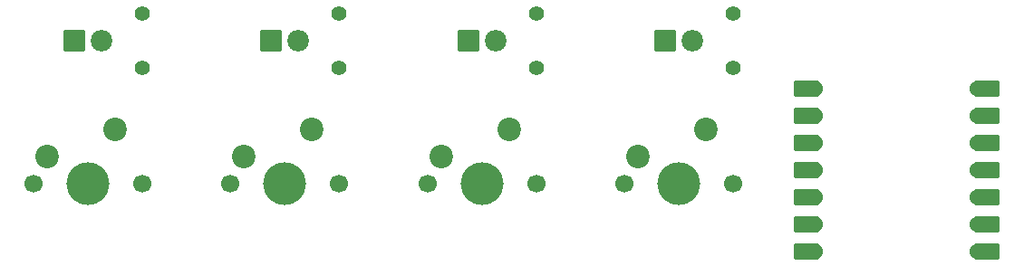
<source format=gts>
%TF.GenerationSoftware,KiCad,Pcbnew,9.0.6*%
%TF.CreationDate,2025-11-26T17:33:25+00:00*%
%TF.ProjectId,keyfrick,6b657966-7269-4636-9b2e-6b696361645f,rev?*%
%TF.SameCoordinates,Original*%
%TF.FileFunction,Soldermask,Top*%
%TF.FilePolarity,Negative*%
%FSLAX46Y46*%
G04 Gerber Fmt 4.6, Leading zero omitted, Abs format (unit mm)*
G04 Created by KiCad (PCBNEW 9.0.6) date 2025-11-26 17:33:25*
%MOMM*%
%LPD*%
G01*
G04 APERTURE LIST*
G04 Aperture macros list*
%AMRoundRect*
0 Rectangle with rounded corners*
0 $1 Rounding radius*
0 $2 $3 $4 $5 $6 $7 $8 $9 X,Y pos of 4 corners*
0 Add a 4 corners polygon primitive as box body*
4,1,4,$2,$3,$4,$5,$6,$7,$8,$9,$2,$3,0*
0 Add four circle primitives for the rounded corners*
1,1,$1+$1,$2,$3*
1,1,$1+$1,$4,$5*
1,1,$1+$1,$6,$7*
1,1,$1+$1,$8,$9*
0 Add four rect primitives between the rounded corners*
20,1,$1+$1,$2,$3,$4,$5,0*
20,1,$1+$1,$4,$5,$6,$7,0*
20,1,$1+$1,$6,$7,$8,$9,0*
20,1,$1+$1,$8,$9,$2,$3,0*%
G04 Aperture macros list end*
%ADD10C,2.019000*%
%ADD11RoundRect,0.102000X-0.907500X-0.907500X0.907500X-0.907500X0.907500X0.907500X-0.907500X0.907500X0*%
%ADD12C,1.400000*%
%ADD13C,1.700000*%
%ADD14C,4.000000*%
%ADD15C,2.200000*%
%ADD16RoundRect,0.152400X1.063600X0.609600X-1.063600X0.609600X-1.063600X-0.609600X1.063600X-0.609600X0*%
%ADD17C,1.524000*%
%ADD18RoundRect,0.152400X-1.063600X-0.609600X1.063600X-0.609600X1.063600X0.609600X-1.063600X0.609600X0*%
G04 APERTURE END LIST*
D10*
%TO.C,D2*%
X106045000Y-47625000D03*
D11*
X103505000Y-47625000D03*
%TD*%
D12*
%TO.C,R4*%
X146685000Y-45085000D03*
X146685000Y-50165000D03*
%TD*%
D13*
%TO.C,SW4*%
X136525000Y-60960000D03*
D14*
X141605000Y-60960000D03*
D13*
X146685000Y-60960000D03*
D15*
X144145000Y-55880000D03*
X137795000Y-58420000D03*
%TD*%
D13*
%TO.C,SW2*%
X99695000Y-60960000D03*
D14*
X104775000Y-60960000D03*
D13*
X109855000Y-60960000D03*
D15*
X107315000Y-55880000D03*
X100965000Y-58420000D03*
%TD*%
D10*
%TO.C,D1*%
X87630000Y-47625000D03*
D11*
X85090000Y-47625000D03*
%TD*%
D12*
%TO.C,R2*%
X109855000Y-45085000D03*
X109855000Y-50165000D03*
%TD*%
%TO.C,R1*%
X91440000Y-45085000D03*
X91440000Y-50165000D03*
%TD*%
%TO.C,R3*%
X128270000Y-45085000D03*
X128270000Y-50165000D03*
%TD*%
D13*
%TO.C,SW3*%
X118110000Y-60960000D03*
D14*
X123190000Y-60960000D03*
D13*
X128270000Y-60960000D03*
D15*
X125730000Y-55880000D03*
X119380000Y-58420000D03*
%TD*%
D10*
%TO.C,D3*%
X124460000Y-47625000D03*
D11*
X121920000Y-47625000D03*
%TD*%
D13*
%TO.C,SW1*%
X81280000Y-60960000D03*
D14*
X86360000Y-60960000D03*
D13*
X91440000Y-60960000D03*
D15*
X88900000Y-55880000D03*
X82550000Y-58420000D03*
%TD*%
D10*
%TO.C,D4*%
X142875000Y-47625000D03*
D11*
X140335000Y-47625000D03*
%TD*%
D16*
%TO.C,U1*%
X153470000Y-52070000D03*
D17*
X154305000Y-52070000D03*
D16*
X153470000Y-54610000D03*
D17*
X154305000Y-54610000D03*
D16*
X153470000Y-57150000D03*
D17*
X154305000Y-57150000D03*
D16*
X153470000Y-59690000D03*
D17*
X154305000Y-59690000D03*
D16*
X153470000Y-62230000D03*
D17*
X154305000Y-62230000D03*
D16*
X153470000Y-64770000D03*
D17*
X154305000Y-64770000D03*
D16*
X153470000Y-67310000D03*
D17*
X154305000Y-67310000D03*
X169545000Y-67310000D03*
D18*
X170380000Y-67310000D03*
D17*
X169545000Y-64770000D03*
D18*
X170380000Y-64770000D03*
D17*
X169545000Y-62230000D03*
D18*
X170380000Y-62230000D03*
D17*
X169545000Y-59690000D03*
D18*
X170380000Y-59690000D03*
D17*
X169545000Y-57150000D03*
D18*
X170380000Y-57150000D03*
D17*
X169545000Y-54610000D03*
D18*
X170380000Y-54610000D03*
D17*
X169545000Y-52070000D03*
D18*
X170380000Y-52070000D03*
%TD*%
M02*

</source>
